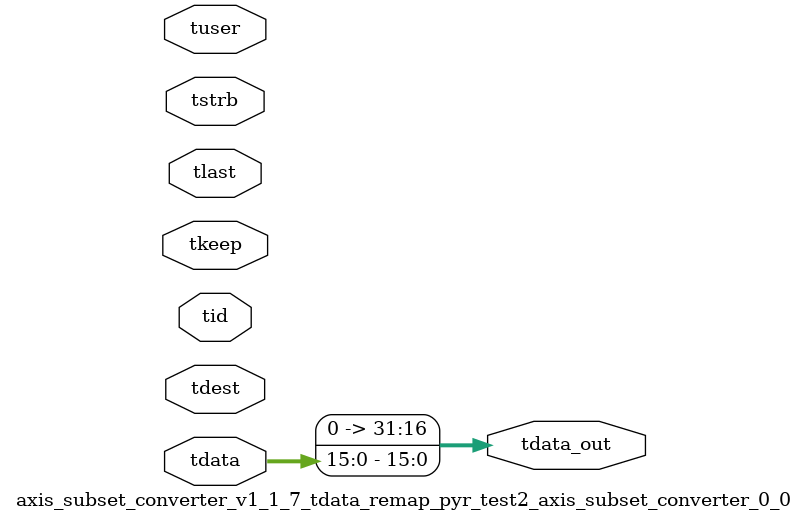
<source format=v>


`timescale 1ps/1ps

module axis_subset_converter_v1_1_7_tdata_remap_pyr_test2_axis_subset_converter_0_0 #
(
parameter C_S_AXIS_TDATA_WIDTH = 32,
parameter C_S_AXIS_TUSER_WIDTH = 0,
parameter C_S_AXIS_TID_WIDTH   = 0,
parameter C_S_AXIS_TDEST_WIDTH = 0,
parameter C_M_AXIS_TDATA_WIDTH = 32
)
(
input  [(C_S_AXIS_TDATA_WIDTH == 0 ? 1 : C_S_AXIS_TDATA_WIDTH)-1:0     ] tdata,
input  [(C_S_AXIS_TUSER_WIDTH == 0 ? 1 : C_S_AXIS_TUSER_WIDTH)-1:0     ] tuser,
input  [(C_S_AXIS_TID_WIDTH   == 0 ? 1 : C_S_AXIS_TID_WIDTH)-1:0       ] tid,
input  [(C_S_AXIS_TDEST_WIDTH == 0 ? 1 : C_S_AXIS_TDEST_WIDTH)-1:0     ] tdest,
input  [(C_S_AXIS_TDATA_WIDTH/8)-1:0 ] tkeep,
input  [(C_S_AXIS_TDATA_WIDTH/8)-1:0 ] tstrb,
input                                                                    tlast,
output [C_M_AXIS_TDATA_WIDTH-1:0] tdata_out
);

assign tdata_out = {16'b0000000000000000,tdata[15:0]};

endmodule


</source>
